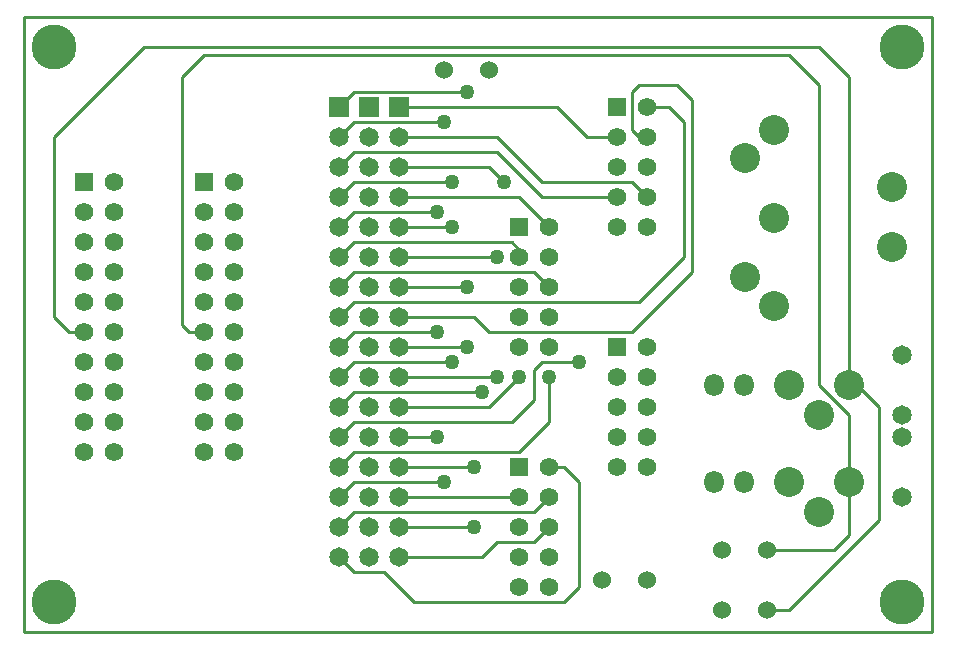
<source format=gtl>
%FSLAX23Y23*%
%MOIN*%
G70*
G01*
G75*
%ADD10C,0.010*%
%ADD11R,0.062X0.062*%
%ADD12C,0.062*%
%ADD13C,0.065*%
%ADD14R,0.065X0.065*%
%ADD15C,0.100*%
%ADD16O,0.065X0.075*%
%ADD17C,0.150*%
%ADD18R,0.060X0.060*%
%ADD19C,0.060*%
%ADD20C,0.050*%
D10*
X9842Y7018D02*
X9892D01*
X9942Y6968D01*
Y6618D02*
Y6968D01*
X9892Y6568D02*
X9942Y6618D01*
X9392Y6568D02*
X9892D01*
X9292Y6668D02*
X9392Y6568D01*
X9192Y6668D02*
X9292D01*
X9792Y6768D02*
X9842Y6818D01*
X9667Y6768D02*
X9792D01*
X9617Y6718D02*
X9667Y6768D01*
X9342Y6918D02*
X9742D01*
X9192Y6868D02*
X9792D01*
X9842Y6918D01*
X9342Y6718D02*
X9617D01*
X9142D02*
X9192Y6668D01*
X9342Y6818D02*
X9592D01*
X9142D02*
X9192Y6868D01*
Y6968D02*
X9492D01*
X9142Y6918D02*
X9192Y6968D01*
X9342Y7018D02*
X9592D01*
X9142D02*
X9192Y7068D01*
X9342Y7118D02*
X9467D01*
X9142D02*
X9192Y7168D01*
Y7268D02*
X9617D01*
X9142Y7218D02*
X9192Y7268D01*
X9342Y7318D02*
X9667D01*
X9192Y7368D02*
X9517D01*
X9142Y7318D02*
X9192Y7368D01*
Y7468D02*
X9467D01*
X9142Y7418D02*
X9192Y7468D01*
X9142Y7518D02*
X9192Y7568D01*
X9342Y7618D02*
X9567D01*
X9142D02*
X9192Y7668D01*
X9142Y7618D02*
Y7643D01*
Y7718D02*
X9192Y7768D01*
X9142Y7818D02*
X9192Y7868D01*
X9142Y7918D02*
X9192Y7968D01*
X9142Y8018D02*
X9192Y8068D01*
Y8168D02*
X9492D01*
X9142Y8118D02*
X9192Y8168D01*
Y8268D02*
X9567D01*
X9142Y8218D02*
X9192Y8268D01*
X10567Y6743D02*
X10792D01*
X8692Y8393D02*
X10642D01*
X10742Y7293D02*
Y8293D01*
X10642Y8393D02*
X10742Y8293D01*
Y8418D02*
X10842Y8318D01*
Y7293D02*
Y8318D01*
X8567Y8418D02*
X8642D01*
X8617Y8318D02*
X8692Y8393D01*
X8617Y7493D02*
Y8318D01*
X10742Y7293D02*
X10842Y7193D01*
X10567Y6543D02*
X10642D01*
X10942Y6843D01*
Y7218D01*
X10867Y7293D02*
X10942Y7218D01*
X10842Y7293D02*
X10867D01*
X10792Y6743D02*
X10842Y6793D01*
X8092Y6468D02*
X8142D01*
X8092D02*
Y6518D01*
Y8443D02*
Y8518D01*
X8147D01*
X11057D02*
X11117D01*
Y8463D02*
Y8518D01*
Y6468D02*
Y6523D01*
X11062Y6468D02*
X11117D01*
X9717Y7168D02*
X9792Y7243D01*
X9342Y7418D02*
X9567D01*
X9192Y7168D02*
X9717D01*
X9642Y7218D02*
X9742Y7318D01*
X9342Y7218D02*
X9642D01*
X9742Y7068D02*
X9842Y7168D01*
X9192Y7068D02*
X9742D01*
X9842Y7168D02*
Y7318D01*
X9342Y7818D02*
X9517D01*
X9192Y7868D02*
X9467D01*
X9592Y7518D02*
X9642Y7468D01*
X9342Y7518D02*
X9592D01*
X9792Y7668D02*
X9842Y7618D01*
X9192Y7668D02*
X9792D01*
X9342Y7718D02*
X9667D01*
X9192Y7968D02*
X9517D01*
X9742Y7918D02*
X9842Y7818D01*
X9342Y7918D02*
X9742D01*
X9717Y7768D02*
X9742Y7743D01*
Y7718D02*
Y7743D01*
X9192Y7768D02*
X9717D01*
X10142Y7568D02*
X10292Y7718D01*
Y8168D01*
X10242Y8218D02*
X10292Y8168D01*
X10167Y8218D02*
X10242D01*
X9192Y7568D02*
X10142D01*
X10117Y7468D02*
X10192Y7543D01*
X10317Y7668D01*
Y8243D01*
X10267Y8293D02*
X10317Y8243D01*
X10142Y8293D02*
X10267D01*
X10117Y8268D02*
X10142Y8293D01*
X10117Y8143D02*
Y8268D01*
Y8143D02*
X10142Y8118D01*
X10167D01*
X9642Y7468D02*
X10117D01*
X9667Y8118D02*
X9817Y7968D01*
X10117D01*
X10167Y7918D01*
X9342Y8118D02*
X9667D01*
X9817Y7918D02*
X10067D01*
X9192Y8068D02*
X9667D01*
X9817Y7918D01*
X9867Y8218D02*
X9967Y8118D01*
X10042D01*
X9342Y8218D02*
X9867D01*
X9642Y8018D02*
X9692Y7968D01*
X9342Y8018D02*
X9642D01*
X8242Y7468D02*
X8292D01*
X8192Y7518D02*
Y8118D01*
X8492Y8418D01*
X8192Y7518D02*
X8242Y7468D01*
X8492Y8418D02*
X10742D01*
X8617Y7493D02*
X8642Y7468D01*
X8692D01*
X10842Y6793D02*
Y7193D01*
X9792Y7243D02*
Y7343D01*
X9817Y7368D01*
X9942D01*
X8092Y6468D02*
X11117D01*
Y8518D01*
X8092D02*
X11117D01*
X8092Y6468D02*
Y8518D01*
D11*
X10067Y7418D02*
D03*
X9742Y7018D02*
D03*
X8292Y7968D02*
D03*
X9742Y7818D02*
D03*
X8692Y7968D02*
D03*
D12*
X10167Y7418D02*
D03*
X10067Y7318D02*
D03*
X10167D02*
D03*
X10067Y7218D02*
D03*
X10167D02*
D03*
X10067Y7118D02*
D03*
X10167D02*
D03*
X10067Y7018D02*
D03*
X10167D02*
D03*
X9842D02*
D03*
X9742Y6918D02*
D03*
X9842D02*
D03*
X9742Y6818D02*
D03*
X9842D02*
D03*
X9742Y6718D02*
D03*
X9842D02*
D03*
X9742Y6618D02*
D03*
X9842D02*
D03*
X8792Y7468D02*
D03*
Y7568D02*
D03*
Y7068D02*
D03*
X8392D02*
D03*
X10167Y8218D02*
D03*
X10067Y8118D02*
D03*
X10167D02*
D03*
X10067Y8018D02*
D03*
X10167D02*
D03*
X10067Y7918D02*
D03*
X10167D02*
D03*
Y7818D02*
D03*
X9842Y7418D02*
D03*
X9742D02*
D03*
X9842Y7518D02*
D03*
X9742D02*
D03*
X9842Y7618D02*
D03*
X9742D02*
D03*
X9842Y7718D02*
D03*
X9742D02*
D03*
X9842Y7818D02*
D03*
X8792Y7968D02*
D03*
X8692Y7868D02*
D03*
X8792D02*
D03*
X8692Y7768D02*
D03*
X8792D02*
D03*
X8692Y7668D02*
D03*
X8792D02*
D03*
X8692Y7568D02*
D03*
Y7468D02*
D03*
Y7368D02*
D03*
X8792D02*
D03*
X8692Y7268D02*
D03*
X8792D02*
D03*
X8692Y7168D02*
D03*
X8792D02*
D03*
X8692Y7068D02*
D03*
X8392Y7968D02*
D03*
X8292Y7868D02*
D03*
X8392D02*
D03*
X8292Y7768D02*
D03*
X8392D02*
D03*
X8292Y7668D02*
D03*
X8392D02*
D03*
X8292Y7568D02*
D03*
Y7468D02*
D03*
X8392D02*
D03*
X8292Y7368D02*
D03*
X8392D02*
D03*
X8292Y7268D02*
D03*
X8392D02*
D03*
X8292Y7168D02*
D03*
X8392D02*
D03*
X8292Y7068D02*
D03*
X8392Y7568D02*
D03*
X10067Y7818D02*
D03*
D13*
X9342Y7518D02*
D03*
Y6718D02*
D03*
Y6818D02*
D03*
Y6918D02*
D03*
Y7018D02*
D03*
Y7118D02*
D03*
Y7218D02*
D03*
Y7318D02*
D03*
Y7418D02*
D03*
Y7618D02*
D03*
Y7718D02*
D03*
Y7818D02*
D03*
Y7918D02*
D03*
Y8018D02*
D03*
Y8118D02*
D03*
X9142Y6718D02*
D03*
Y6818D02*
D03*
Y6918D02*
D03*
Y7018D02*
D03*
Y7118D02*
D03*
Y7218D02*
D03*
Y7318D02*
D03*
Y7418D02*
D03*
Y7518D02*
D03*
Y7618D02*
D03*
Y7718D02*
D03*
Y7818D02*
D03*
Y7918D02*
D03*
Y8018D02*
D03*
Y8118D02*
D03*
X9242D02*
D03*
Y8018D02*
D03*
Y7918D02*
D03*
Y7818D02*
D03*
Y7718D02*
D03*
Y7618D02*
D03*
Y7518D02*
D03*
Y7418D02*
D03*
Y7318D02*
D03*
Y7218D02*
D03*
Y7118D02*
D03*
Y7018D02*
D03*
Y6918D02*
D03*
Y6818D02*
D03*
Y6718D02*
D03*
X11017Y7118D02*
D03*
Y7193D02*
D03*
Y7393D02*
D03*
Y6918D02*
D03*
D14*
X9342Y8218D02*
D03*
X9142D02*
D03*
X9242D02*
D03*
D15*
X10592Y7849D02*
D03*
Y8143D02*
D03*
X10985Y7750D02*
D03*
Y7950D02*
D03*
X10742Y6868D02*
D03*
X10642Y7293D02*
D03*
X10494Y7652D02*
D03*
Y8047D02*
D03*
X10592Y7554D02*
D03*
X10742Y7193D02*
D03*
X10842Y7293D02*
D03*
X10642Y6968D02*
D03*
X10842D02*
D03*
D16*
X10492D02*
D03*
X10392Y7293D02*
D03*
Y6968D02*
D03*
X10492Y7293D02*
D03*
D17*
X11017Y6568D02*
D03*
X8192Y8418D02*
D03*
Y6568D02*
D03*
X11017Y8418D02*
D03*
D18*
X10067Y8218D02*
D03*
D19*
X10417Y6743D02*
D03*
X10567D02*
D03*
X10017Y6643D02*
D03*
X10417Y6543D02*
D03*
X10167Y6643D02*
D03*
X10567Y6543D02*
D03*
X9642Y8343D02*
D03*
X9492D02*
D03*
D20*
X9592Y7018D02*
D03*
X9467Y7118D02*
D03*
X9592Y6818D02*
D03*
X9492Y6968D02*
D03*
X9467Y7468D02*
D03*
X9567Y7418D02*
D03*
X9942Y7368D02*
D03*
X9517D02*
D03*
X9617Y7268D02*
D03*
X9667Y7318D02*
D03*
X9742D02*
D03*
X9842D02*
D03*
X9467Y7868D02*
D03*
X9517Y7818D02*
D03*
X9567Y7618D02*
D03*
X9667Y7718D02*
D03*
X9517Y7968D02*
D03*
X9567Y8268D02*
D03*
X9692Y7968D02*
D03*
X9492Y8168D02*
D03*
M02*

</source>
